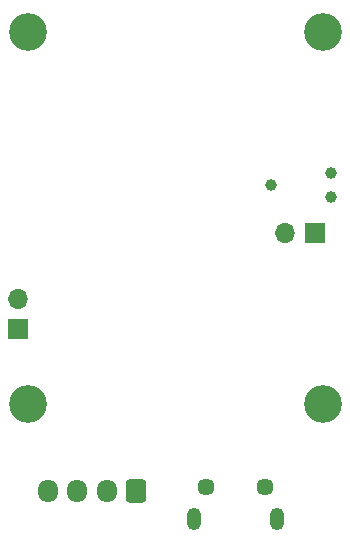
<source format=gbs>
G04 #@! TF.GenerationSoftware,KiCad,Pcbnew,9.0.0*
G04 #@! TF.CreationDate,2025-04-03T01:17:14-07:00*
G04 #@! TF.ProjectId,SDM25_IMU_STM32,53444d32-355f-4494-9d55-5f53544d3332,rev?*
G04 #@! TF.SameCoordinates,Original*
G04 #@! TF.FileFunction,Soldermask,Bot*
G04 #@! TF.FilePolarity,Negative*
%FSLAX46Y46*%
G04 Gerber Fmt 4.6, Leading zero omitted, Abs format (unit mm)*
G04 Created by KiCad (PCBNEW 9.0.0) date 2025-04-03 01:17:14*
%MOMM*%
%LPD*%
G01*
G04 APERTURE LIST*
G04 Aperture macros list*
%AMRoundRect*
0 Rectangle with rounded corners*
0 $1 Rounding radius*
0 $2 $3 $4 $5 $6 $7 $8 $9 X,Y pos of 4 corners*
0 Add a 4 corners polygon primitive as box body*
4,1,4,$2,$3,$4,$5,$6,$7,$8,$9,$2,$3,0*
0 Add four circle primitives for the rounded corners*
1,1,$1+$1,$2,$3*
1,1,$1+$1,$4,$5*
1,1,$1+$1,$6,$7*
1,1,$1+$1,$8,$9*
0 Add four rect primitives between the rounded corners*
20,1,$1+$1,$2,$3,$4,$5,0*
20,1,$1+$1,$4,$5,$6,$7,0*
20,1,$1+$1,$6,$7,$8,$9,0*
20,1,$1+$1,$8,$9,$2,$3,0*%
G04 Aperture macros list end*
%ADD10O,1.200000X1.900000*%
%ADD11C,1.450000*%
%ADD12C,3.200000*%
%ADD13R,1.700000X1.700000*%
%ADD14O,1.700000X1.700000*%
%ADD15RoundRect,0.250000X0.600000X0.725000X-0.600000X0.725000X-0.600000X-0.725000X0.600000X-0.725000X0*%
%ADD16O,1.700000X1.950000*%
%ADD17C,0.990600*%
G04 APERTURE END LIST*
D10*
X101100000Y-126237500D03*
D11*
X102100000Y-123537500D03*
X107100000Y-123537500D03*
D10*
X108100000Y-126237500D03*
D12*
X112000000Y-85000000D03*
D13*
X111375000Y-102000000D03*
D14*
X108835000Y-102000000D03*
D15*
X96200000Y-123850000D03*
D16*
X93700000Y-123850000D03*
X91200000Y-123850000D03*
X88700000Y-123850000D03*
D12*
X87000000Y-85000000D03*
D17*
X107620000Y-97934000D03*
X112700000Y-96918000D03*
X112700000Y-98950000D03*
D13*
X86225000Y-110175000D03*
D14*
X86225000Y-107635000D03*
D12*
X87000000Y-116500000D03*
X112000000Y-116500000D03*
M02*

</source>
